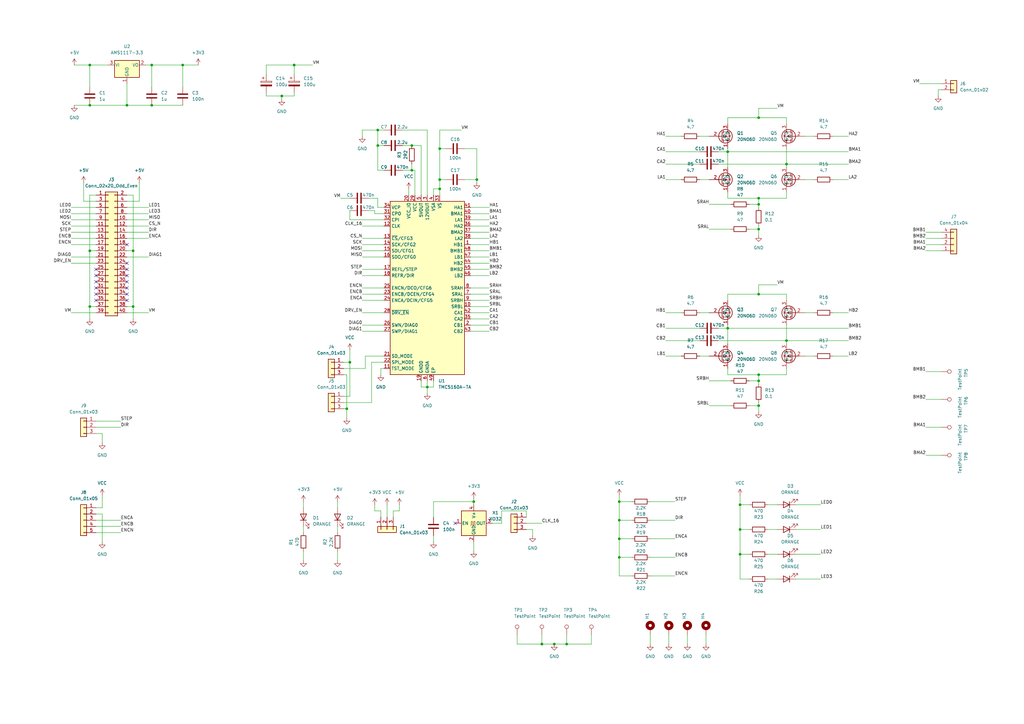
<source format=kicad_sch>
(kicad_sch (version 20211123) (generator eeschema)
  (paper "A3")
  (junction (at 311.15 166.37))
  (junction (at 298.45 62.23))
  (junction (at 322.58 139.7))
  (junction (at 54.61 125.73))
  (junction (at 311.15 153.67))
  (junction (at 232.41 264.16))
  (junction (at 311.15 93.98))
  (junction (at 154.94 59.69))
  (junction (at 222.25 264.16))
  (junction (at 62.23 43.18))
  (junction (at 168.91 59.69))
  (junction (at 254 205.74))
  (junction (at 36.83 102.87))
  (junction (at 311.15 83.82))
  (junction (at 254 228.6))
  (junction (at 175.26 158.75))
  (junction (at 115.57 39.37))
  (junction (at 36.83 125.73))
  (junction (at 52.07 43.18))
  (junction (at 227.33 264.16))
  (junction (at 254 220.98))
  (junction (at 311.15 156.21))
  (junction (at 311.15 120.65))
  (junction (at 195.58 73.66))
  (junction (at 180.34 73.66))
  (junction (at 322.58 67.31))
  (junction (at 180.34 60.96))
  (junction (at 120.65 26.67))
  (junction (at 303.53 227.33))
  (junction (at 36.83 43.18))
  (junction (at 254 213.36))
  (junction (at 54.61 102.87))
  (junction (at 142.24 167.64))
  (junction (at 74.93 26.67))
  (junction (at 303.53 217.17))
  (junction (at 154.94 53.34))
  (junction (at 303.53 207.01))
  (junction (at 62.23 26.67))
  (junction (at 168.91 69.85))
  (junction (at 194.31 205.74))
  (junction (at 36.83 26.67))
  (junction (at 311.15 48.26))
  (junction (at 143.51 148.59))
  (junction (at 298.45 134.62))
  (junction (at 180.34 77.47))
  (junction (at 311.15 81.28))
  (no_connect (at 39.37 110.49))
  (no_connect (at 39.37 113.03))
  (no_connect (at 39.37 115.57))
  (no_connect (at 39.37 123.19))
  (no_connect (at 52.07 123.19))
  (no_connect (at 52.07 120.65))
  (no_connect (at 52.07 118.11))
  (no_connect (at 52.07 115.57))
  (no_connect (at 52.07 113.03))
  (no_connect (at 52.07 107.95))
  (no_connect (at 52.07 110.49))
  (no_connect (at 39.37 118.11))
  (no_connect (at 39.37 120.65))
  (no_connect (at 52.07 100.33))
  (no_connect (at 186.69 214.63))
  (wire (pts (xy 311.15 166.37) (xy 311.15 168.91)))
  (wire (pts (xy 379.73 186.69) (xy 386.08 186.69)))
  (wire (pts (xy 322.58 139.7) (xy 347.98 139.7)))
  (wire (pts (xy 322.58 139.7) (xy 322.58 140.97)))
  (wire (pts (xy 30.48 43.18) (xy 36.83 43.18)))
  (wire (pts (xy 149.86 151.13) (xy 149.86 146.05)))
  (wire (pts (xy 180.34 60.96) (xy 182.88 60.96)))
  (wire (pts (xy 294.64 62.23) (xy 298.45 62.23)))
  (wire (pts (xy 193.04 130.81) (xy 200.66 130.81)))
  (wire (pts (xy 322.58 153.67) (xy 322.58 151.13)))
  (wire (pts (xy 36.83 26.67) (xy 44.45 26.67)))
  (wire (pts (xy 157.48 90.17) (xy 143.51 90.17)))
  (wire (pts (xy 157.48 151.13) (xy 156.21 151.13)))
  (wire (pts (xy 124.46 215.9) (xy 124.46 218.44)))
  (wire (pts (xy 168.91 67.31) (xy 168.91 69.85)))
  (wire (pts (xy 266.7 260.35) (xy 266.7 264.16)))
  (wire (pts (xy 36.83 35.56) (xy 36.83 26.67)))
  (wire (pts (xy 303.53 217.17) (xy 307.34 217.17)))
  (wire (pts (xy 62.23 43.18) (xy 74.93 43.18)))
  (wire (pts (xy 172.72 156.21) (xy 172.72 158.75)))
  (wire (pts (xy 254 220.98) (xy 259.08 220.98)))
  (wire (pts (xy 195.58 60.96) (xy 195.58 73.66)))
  (wire (pts (xy 30.48 26.67) (xy 36.83 26.67)))
  (wire (pts (xy 140.97 151.13) (xy 149.86 151.13)))
  (wire (pts (xy 307.34 93.98) (xy 311.15 93.98)))
  (wire (pts (xy 298.45 123.19) (xy 298.45 120.65)))
  (wire (pts (xy 39.37 80.01) (xy 36.83 80.01)))
  (wire (pts (xy 157.48 53.34) (xy 154.94 53.34)))
  (wire (pts (xy 29.21 128.27) (xy 39.37 128.27)))
  (wire (pts (xy 74.93 35.56) (xy 74.93 26.67)))
  (wire (pts (xy 307.34 166.37) (xy 311.15 166.37)))
  (wire (pts (xy 294.64 67.31) (xy 322.58 67.31)))
  (wire (pts (xy 298.45 120.65) (xy 311.15 120.65)))
  (wire (pts (xy 140.97 165.1) (xy 152.4 165.1)))
  (wire (pts (xy 212.09 264.16) (xy 222.25 264.16)))
  (wire (pts (xy 298.45 48.26) (xy 311.15 48.26)))
  (wire (pts (xy 177.8 158.75) (xy 175.26 158.75)))
  (wire (pts (xy 266.7 228.6) (xy 276.86 228.6)))
  (wire (pts (xy 148.59 97.79) (xy 157.48 97.79)))
  (wire (pts (xy 193.04 92.71) (xy 200.66 92.71)))
  (wire (pts (xy 314.96 237.49) (xy 318.77 237.49)))
  (wire (pts (xy 29.21 97.79) (xy 39.37 97.79)))
  (wire (pts (xy 148.59 133.35) (xy 157.48 133.35)))
  (wire (pts (xy 54.61 102.87) (xy 54.61 125.73)))
  (wire (pts (xy 177.8 219.71) (xy 177.8 222.25)))
  (wire (pts (xy 193.04 113.03) (xy 200.66 113.03)))
  (wire (pts (xy 148.59 110.49) (xy 157.48 110.49)))
  (wire (pts (xy 148.59 128.27) (xy 157.48 128.27)))
  (wire (pts (xy 142.24 167.64) (xy 142.24 171.45)))
  (wire (pts (xy 143.51 90.17) (xy 143.51 86.36)))
  (wire (pts (xy 232.41 264.16) (xy 242.57 264.16)))
  (wire (pts (xy 341.63 146.05) (xy 347.98 146.05)))
  (wire (pts (xy 175.26 156.21) (xy 175.26 158.75)))
  (wire (pts (xy 266.7 220.98) (xy 276.86 220.98)))
  (wire (pts (xy 124.46 205.74) (xy 124.46 208.28)))
  (wire (pts (xy 36.83 102.87) (xy 39.37 102.87)))
  (wire (pts (xy 298.45 134.62) (xy 298.45 140.97)))
  (wire (pts (xy 52.07 85.09) (xy 60.96 85.09)))
  (wire (pts (xy 154.94 59.69) (xy 154.94 53.34)))
  (wire (pts (xy 311.15 120.65) (xy 311.15 116.84)))
  (wire (pts (xy 322.58 48.26) (xy 322.58 50.8)))
  (wire (pts (xy 29.21 100.33) (xy 39.37 100.33)))
  (wire (pts (xy 322.58 60.96) (xy 322.58 67.31)))
  (wire (pts (xy 154.94 81.28) (xy 151.13 81.28)))
  (wire (pts (xy 140.97 162.56) (xy 143.51 162.56)))
  (wire (pts (xy 212.09 260.35) (xy 212.09 264.16)))
  (wire (pts (xy 311.15 93.98) (xy 311.15 96.52)))
  (wire (pts (xy 303.53 207.01) (xy 303.53 217.17)))
  (wire (pts (xy 273.05 55.88) (xy 279.4 55.88)))
  (wire (pts (xy 201.93 214.63) (xy 205.74 214.63)))
  (wire (pts (xy 322.58 81.28) (xy 322.58 78.74)))
  (wire (pts (xy 36.83 80.01) (xy 36.83 102.87)))
  (wire (pts (xy 143.51 162.56) (xy 143.51 148.59)))
  (wire (pts (xy 314.96 227.33) (xy 318.77 227.33)))
  (wire (pts (xy 311.15 83.82) (xy 311.15 81.28)))
  (wire (pts (xy 177.8 77.47) (xy 180.34 77.47)))
  (wire (pts (xy 298.45 62.23) (xy 298.45 68.58)))
  (wire (pts (xy 311.15 48.26) (xy 311.15 44.45)))
  (wire (pts (xy 180.34 80.01) (xy 180.34 77.47)))
  (wire (pts (xy 175.26 158.75) (xy 175.26 161.29)))
  (wire (pts (xy 180.34 60.96) (xy 180.34 73.66)))
  (wire (pts (xy 298.45 153.67) (xy 311.15 153.67)))
  (wire (pts (xy 273.05 73.66) (xy 279.4 73.66)))
  (wire (pts (xy 138.43 205.74) (xy 138.43 208.28)))
  (wire (pts (xy 311.15 85.09) (xy 311.15 83.82)))
  (wire (pts (xy 168.91 59.69) (xy 165.1 59.69)))
  (wire (pts (xy 287.02 55.88) (xy 290.83 55.88)))
  (wire (pts (xy 254 205.74) (xy 254 213.36)))
  (wire (pts (xy 153.67 87.63) (xy 153.67 86.36)))
  (wire (pts (xy 254 236.22) (xy 259.08 236.22)))
  (wire (pts (xy 172.72 59.69) (xy 168.91 59.69)))
  (wire (pts (xy 157.48 85.09) (xy 154.94 85.09)))
  (wire (pts (xy 298.45 133.35) (xy 298.45 134.62)))
  (wire (pts (xy 298.45 62.23) (xy 347.98 62.23)))
  (wire (pts (xy 273.05 128.27) (xy 279.4 128.27)))
  (wire (pts (xy 194.31 222.25) (xy 194.31 226.06)))
  (wire (pts (xy 193.04 120.65) (xy 200.66 120.65)))
  (wire (pts (xy 273.05 134.62) (xy 287.02 134.62)))
  (wire (pts (xy 322.58 133.35) (xy 322.58 139.7)))
  (wire (pts (xy 39.37 172.72) (xy 49.53 172.72)))
  (wire (pts (xy 379.73 152.4) (xy 386.08 152.4)))
  (wire (pts (xy 29.21 85.09) (xy 39.37 85.09)))
  (wire (pts (xy 386.08 36.83) (xy 384.81 36.83)))
  (wire (pts (xy 115.57 39.37) (xy 120.65 39.37)))
  (wire (pts (xy 142.24 153.67) (xy 142.24 167.64)))
  (wire (pts (xy 330.2 128.27) (xy 334.01 128.27)))
  (wire (pts (xy 153.67 86.36) (xy 151.13 86.36)))
  (wire (pts (xy 175.26 53.34) (xy 165.1 53.34)))
  (wire (pts (xy 254 220.98) (xy 254 228.6)))
  (wire (pts (xy 222.25 264.16) (xy 227.33 264.16)))
  (wire (pts (xy 52.07 105.41) (xy 60.96 105.41)))
  (wire (pts (xy 36.83 43.18) (xy 52.07 43.18)))
  (wire (pts (xy 154.94 59.69) (xy 157.48 59.69)))
  (wire (pts (xy 193.04 95.25) (xy 200.66 95.25)))
  (wire (pts (xy 193.04 90.17) (xy 200.66 90.17)))
  (wire (pts (xy 326.39 217.17) (xy 336.55 217.17)))
  (wire (pts (xy 34.29 82.55) (xy 34.29 74.93)))
  (wire (pts (xy 311.15 153.67) (xy 322.58 153.67)))
  (wire (pts (xy 157.48 87.63) (xy 153.67 87.63)))
  (wire (pts (xy 384.81 36.83) (xy 384.81 39.37)))
  (wire (pts (xy 326.39 207.01) (xy 336.55 207.01)))
  (wire (pts (xy 307.34 83.82) (xy 311.15 83.82)))
  (wire (pts (xy 54.61 80.01) (xy 54.61 102.87)))
  (wire (pts (xy 290.83 83.82) (xy 299.72 83.82)))
  (wire (pts (xy 140.97 153.67) (xy 142.24 153.67)))
  (wire (pts (xy 124.46 226.06) (xy 124.46 229.87)))
  (wire (pts (xy 158.75 207.01) (xy 158.75 212.09)))
  (wire (pts (xy 287.02 146.05) (xy 290.83 146.05)))
  (wire (pts (xy 379.73 175.26) (xy 386.08 175.26)))
  (wire (pts (xy 379.73 163.83) (xy 386.08 163.83)))
  (wire (pts (xy 311.15 44.45) (xy 318.77 44.45)))
  (wire (pts (xy 227.33 264.16) (xy 232.41 264.16)))
  (wire (pts (xy 377.19 34.29) (xy 386.08 34.29)))
  (wire (pts (xy 153.67 207.01) (xy 153.67 209.55)))
  (wire (pts (xy 193.04 102.87) (xy 200.66 102.87)))
  (wire (pts (xy 52.07 34.29) (xy 52.07 43.18)))
  (wire (pts (xy 148.59 53.34) (xy 148.59 55.88)))
  (wire (pts (xy 29.21 95.25) (xy 39.37 95.25)))
  (wire (pts (xy 330.2 55.88) (xy 334.01 55.88)))
  (wire (pts (xy 379.73 102.87) (xy 386.08 102.87)))
  (wire (pts (xy 298.45 60.96) (xy 298.45 62.23)))
  (wire (pts (xy 156.21 212.09) (xy 156.21 209.55)))
  (wire (pts (xy 62.23 26.67) (xy 59.69 26.67)))
  (wire (pts (xy 326.39 227.33) (xy 336.55 227.33)))
  (wire (pts (xy 195.58 73.66) (xy 195.58 74.93)))
  (wire (pts (xy 39.37 175.26) (xy 49.53 175.26)))
  (wire (pts (xy 57.15 82.55) (xy 57.15 74.93)))
  (wire (pts (xy 254 228.6) (xy 254 236.22)))
  (wire (pts (xy 290.83 166.37) (xy 299.72 166.37)))
  (wire (pts (xy 163.83 209.55) (xy 163.83 207.01)))
  (wire (pts (xy 298.45 151.13) (xy 298.45 153.67)))
  (wire (pts (xy 52.07 102.87) (xy 54.61 102.87)))
  (wire (pts (xy 330.2 146.05) (xy 334.01 146.05)))
  (wire (pts (xy 194.31 205.74) (xy 194.31 207.01)))
  (wire (pts (xy 311.15 81.28) (xy 322.58 81.28)))
  (wire (pts (xy 190.5 73.66) (xy 195.58 73.66)))
  (wire (pts (xy 120.65 30.48) (xy 120.65 26.67)))
  (wire (pts (xy 311.15 165.1) (xy 311.15 166.37)))
  (wire (pts (xy 29.21 92.71) (xy 39.37 92.71)))
  (wire (pts (xy 307.34 156.21) (xy 311.15 156.21)))
  (wire (pts (xy 175.26 80.01) (xy 175.26 53.34)))
  (wire (pts (xy 242.57 264.16) (xy 242.57 260.35)))
  (wire (pts (xy 294.64 139.7) (xy 322.58 139.7)))
  (wire (pts (xy 138.43 226.06) (xy 138.43 229.87)))
  (wire (pts (xy 303.53 227.33) (xy 307.34 227.33)))
  (wire (pts (xy 341.63 128.27) (xy 347.98 128.27)))
  (wire (pts (xy 148.59 92.71) (xy 157.48 92.71)))
  (wire (pts (xy 52.07 43.18) (xy 62.23 43.18)))
  (wire (pts (xy 193.04 85.09) (xy 200.66 85.09)))
  (wire (pts (xy 290.83 156.21) (xy 299.72 156.21)))
  (wire (pts (xy 193.04 123.19) (xy 200.66 123.19)))
  (wire (pts (xy 311.15 120.65) (xy 322.58 120.65)))
  (wire (pts (xy 303.53 217.17) (xy 303.53 227.33)))
  (wire (pts (xy 177.8 156.21) (xy 177.8 158.75)))
  (wire (pts (xy 326.39 237.49) (xy 336.55 237.49)))
  (wire (pts (xy 52.07 80.01) (xy 54.61 80.01)))
  (wire (pts (xy 182.88 73.66) (xy 180.34 73.66)))
  (wire (pts (xy 41.91 210.82) (xy 41.91 222.25)))
  (wire (pts (xy 314.96 217.17) (xy 318.77 217.17)))
  (wire (pts (xy 52.07 97.79) (xy 60.96 97.79)))
  (wire (pts (xy 341.63 73.66) (xy 347.98 73.66)))
  (wire (pts (xy 287.02 128.27) (xy 290.83 128.27)))
  (wire (pts (xy 273.05 62.23) (xy 287.02 62.23)))
  (wire (pts (xy 341.63 55.88) (xy 347.98 55.88)))
  (wire (pts (xy 193.04 107.95) (xy 200.66 107.95)))
  (wire (pts (xy 29.21 107.95) (xy 39.37 107.95)))
  (wire (pts (xy 273.05 146.05) (xy 279.4 146.05)))
  (wire (pts (xy 266.7 236.22) (xy 276.86 236.22)))
  (wire (pts (xy 167.64 77.47) (xy 167.64 80.01)))
  (wire (pts (xy 52.07 95.25) (xy 60.96 95.25)))
  (wire (pts (xy 39.37 213.36) (xy 49.53 213.36)))
  (wire (pts (xy 311.15 48.26) (xy 322.58 48.26)))
  (wire (pts (xy 140.97 167.64) (xy 142.24 167.64)))
  (wire (pts (xy 177.8 80.01) (xy 177.8 77.47)))
  (wire (pts (xy 152.4 165.1) (xy 152.4 148.59)))
  (wire (pts (xy 39.37 210.82) (xy 41.91 210.82)))
  (wire (pts (xy 74.93 26.67) (xy 62.23 26.67)))
  (wire (pts (xy 143.51 143.51) (xy 143.51 148.59)))
  (wire (pts (xy 322.58 67.31) (xy 322.58 68.58)))
  (wire (pts (xy 311.15 157.48) (xy 311.15 156.21)))
  (wire (pts (xy 281.94 260.35) (xy 281.94 264.16)))
  (wire (pts (xy 154.94 53.34) (xy 148.59 53.34)))
  (wire (pts (xy 120.65 39.37) (xy 120.65 38.1)))
  (wire (pts (xy 149.86 146.05) (xy 157.48 146.05)))
  (wire (pts (xy 254 203.2) (xy 254 205.74)))
  (wire (pts (xy 148.59 135.89) (xy 157.48 135.89)))
  (wire (pts (xy 215.9 217.17) (xy 218.44 217.17)))
  (wire (pts (xy 54.61 125.73) (xy 54.61 130.81)))
  (wire (pts (xy 193.04 118.11) (xy 200.66 118.11)))
  (wire (pts (xy 109.22 26.67) (xy 120.65 26.67)))
  (wire (pts (xy 52.07 125.73) (xy 54.61 125.73)))
  (wire (pts (xy 289.56 260.35) (xy 289.56 264.16)))
  (wire (pts (xy 298.45 78.74) (xy 298.45 81.28)))
  (wire (pts (xy 193.04 110.49) (xy 200.66 110.49)))
  (wire (pts (xy 193.04 128.27) (xy 200.66 128.27)))
  (wire (pts (xy 52.07 92.71) (xy 60.96 92.71)))
  (wire (pts (xy 148.59 123.19) (xy 157.48 123.19)))
  (wire (pts (xy 148.59 118.11) (xy 157.48 118.11)))
  (wire (pts (xy 180.34 73.66) (xy 180.34 77.47)))
  (wire (pts (xy 156.21 209.55) (xy 153.67 209.55)))
  (wire (pts (xy 170.18 69.85) (xy 168.91 69.85)))
  (wire (pts (xy 39.37 218.44) (xy 49.53 218.44)))
  (wire (pts (xy 311.15 116.84) (xy 318.77 116.84)))
  (wire (pts (xy 254 228.6) (xy 259.08 228.6)))
  (wire (pts (xy 109.22 39.37) (xy 115.57 39.37)))
  (wire (pts (xy 322.58 120.65) (xy 322.58 123.19)))
  (wire (pts (xy 29.21 90.17) (xy 39.37 90.17)))
  (wire (pts (xy 41.91 208.28) (xy 41.91 203.2)))
  (wire (pts (xy 287.02 73.66) (xy 290.83 73.66)))
  (wire (pts (xy 294.64 134.62) (xy 298.45 134.62)))
  (wire (pts (xy 177.8 205.74) (xy 177.8 212.09)))
  (wire (pts (xy 148.59 102.87) (xy 157.48 102.87)))
  (wire (pts (xy 222.25 260.35) (xy 222.25 264.16)))
  (wire (pts (xy 303.53 237.49) (xy 307.34 237.49)))
  (wire (pts (xy 154.94 69.85) (xy 154.94 59.69)))
  (wire (pts (xy 161.29 209.55) (xy 163.83 209.55)))
  (wire (pts (xy 154.94 85.09) (xy 154.94 81.28)))
  (wire (pts (xy 62.23 35.56) (xy 62.23 26.67)))
  (wire (pts (xy 39.37 215.9) (xy 49.53 215.9)))
  (wire (pts (xy 170.18 80.01) (xy 170.18 69.85)))
  (wire (pts (xy 109.22 38.1) (xy 109.22 39.37)))
  (wire (pts (xy 52.07 128.27) (xy 60.96 128.27)))
  (wire (pts (xy 52.07 90.17) (xy 60.96 90.17)))
  (wire (pts (xy 379.73 100.33) (xy 386.08 100.33)))
  (wire (pts (xy 194.31 204.47) (xy 194.31 205.74)))
  (wire (pts (xy 193.04 97.79) (xy 200.66 97.79)))
  (wire (pts (xy 36.83 125.73) (xy 39.37 125.73)))
  (wire (pts (xy 298.45 50.8) (xy 298.45 48.26)))
  (wire (pts (xy 193.04 135.89) (xy 200.66 135.89)))
  (wire (pts (xy 29.21 105.41) (xy 39.37 105.41)))
  (wire (pts (xy 36.83 102.87) (xy 36.83 125.73)))
  (wire (pts (xy 180.34 53.34) (xy 189.23 53.34)))
  (wire (pts (xy 39.37 82.55) (xy 34.29 82.55)))
  (wire (pts (xy 193.04 133.35) (xy 200.66 133.35)))
  (wire (pts (xy 205.74 214.63) (xy 205.74 209.55)))
  (wire (pts (xy 120.65 26.67) (xy 128.27 26.67)))
  (wire (pts (xy 273.05 67.31) (xy 287.02 67.31)))
  (wire (pts (xy 273.05 139.7) (xy 287.02 139.7)))
  (wire (pts (xy 322.58 67.31) (xy 347.98 67.31)))
  (wire (pts (xy 193.04 100.33) (xy 200.66 100.33)))
  (wire (pts (xy 172.72 80.01) (xy 172.72 59.69)))
  (wire (pts (xy 109.22 30.48) (xy 109.22 26.67)))
  (wire (pts (xy 298.45 81.28) (xy 311.15 81.28)))
  (wire (pts (xy 215.9 209.55) (xy 215.9 212.09)))
  (wire (pts (xy 157.48 69.85) (xy 154.94 69.85)))
  (wire (pts (xy 172.72 158.75) (xy 175.26 158.75)))
  (wire (pts (xy 180.34 53.34) (xy 180.34 60.96)))
  (wire (pts (xy 39.37 177.8) (xy 41.91 177.8)))
  (wire (pts (xy 74.93 26.67) (xy 81.28 26.67)))
  (wire (pts (xy 254 213.36) (xy 259.08 213.36)))
  (wire (pts (xy 298.45 134.62) (xy 347.98 134.62)))
  (wire (pts (xy 41.91 177.8) (xy 41.91 181.61)))
  (wire (pts (xy 148.59 105.41) (xy 157.48 105.41)))
  (wire (pts (xy 193.04 105.41) (xy 200.66 105.41)))
  (wire (pts (xy 254 213.36) (xy 254 220.98)))
  (wire (pts (xy 303.53 203.2) (xy 303.53 207.01)))
  (wire (pts (xy 36.83 125.73) (xy 36.83 130.81)))
  (wire (pts (xy 115.57 39.37) (xy 115.57 40.64)))
  (wire (pts (xy 148.59 120.65) (xy 157.48 120.65)))
  (wire (pts (xy 379.73 97.79) (xy 386.08 97.79)))
  (wire (pts (xy 143.51 148.59) (xy 140.97 148.59)))
  (wire (pts (xy 311.15 156.21) (xy 311.15 153.67)))
  (wire (pts (xy 39.37 208.28) (xy 41.91 208.28)))
  (wire (pts (xy 148.59 113.03) (xy 157.48 113.03)))
  (wire (pts (xy 138.43 215.9) (xy 138.43 218.44)))
  (wire (pts (xy 52.07 87.63) (xy 60.96 87.63)))
  (wire (pts (xy 266.7 213.36) (xy 276.86 213.36)))
  (wire (pts (xy 290.83 93.98) (xy 299.72 93.98)))
  (wire (pts (xy 232.41 260.35) (xy 232.41 264.16)))
  (wire (pts (xy 193.04 125.73) (xy 200.66 125.73)))
  (wire (pts (xy 190.5 60.96) (xy 195.58 60.96)))
  (wire (pts (xy 254 205.74) (xy 259.08 205.74)))
  (wire (pts (xy 139.7 81.28) (xy 143.51 81.28)))
  (wire (pts (xy 194.31 205.74) (xy 177.8 205.74)))
  (wire (pts (xy 274.32 260.35) (xy 274.32 264.16)))
  (wire (pts (xy 156.21 151.13) (xy 156.21 153.67)))
  (wire (pts (xy 379.73 95.25) (xy 386.08 95.25)))
  (wire (pts (xy 161.29 212.09) (xy 161.29 209.55)))
  (wire (pts (xy 168.91 69.85) (xy 165.1 69.85)))
  (wire (pts (xy 193.04 87.63) (xy 200.66 87.63)))
  (wire (pts (xy 311.15 92.71) (xy 311.15 93.98)))
  (wire (pts (xy 215.9 214.63) (xy 222.25 214.63)))
  (wire (pts (xy 29.21 87.63) (xy 39.37 87.63)))
  (wire (pts (xy 52.07 82.55) (xy 57.15 82.55)))
  (wire (pts (xy 303.53 227.33) (xy 303.53 237.49)))
  (wire (pts (xy 266.7 205.74) (xy 276.86 205.74)))
  (wire (pts (xy 218.44 217.17) (xy 218.44 219.71)))
  (wire (pts (xy 330.2 73.66) (xy 334.01 73.66)))
  (wire (pts (xy 303.53 207.01) (xy 307.34 207.01)))
  (wire (pts (xy 205.74 209.55) (xy 215.9 209.55)))
  (wire (pts (xy 152.4 148.59) (xy 157.48 148.59)))
  (wire (pts (xy 148.59 100.33) (xy 157.48 100.33)))
  (wire (pts (xy 314.96 207.01) (xy 318.77 207.01)))
  (label "BMA1" (at 347.98 62.23 0))
  (label "CA2" (at 200.66 130.81 0))
  (label "HB1" (at 273.05 128.27 180))
  (label "DRV_EN" (at 29.21 107.95 180))
  (label "BMA1" (at 379.73 100.33 180))
  (label "DIR" (at 60.96 95.25 0))
  (label "ENCA" (at 148.59 123.19 180))
  (label "SRBH" (at 290.83 156.21 180))
  (label "STEP" (at 49.53 172.72 0))
  (label "BMB1" (at 379.73 152.4 180))
  (label "DIAG1" (at 148.59 135.89 180))
  (label "DIAG0" (at 148.59 133.35 180))
  (label "BMB1" (at 379.73 95.25 180))
  (label "VM" (at 318.77 44.45 0))
  (label "DIR" (at 148.59 113.03 180))
  (label "LA2" (at 200.66 97.79 0))
  (label "DIR" (at 49.53 175.26 0))
  (label "VM" (at 318.77 116.84 0))
  (label "BMB2" (at 379.73 97.79 180))
  (label "ENCN" (at 148.59 118.11 180))
  (label "MISO" (at 60.96 90.17 0))
  (label "LA2" (at 347.98 73.66 0))
  (label "SRBH" (at 200.66 123.19 0))
  (label "BMA2" (at 200.66 95.25 0))
  (label "VM" (at 60.96 128.27 0))
  (label "CB2" (at 273.05 139.7 180))
  (label "CA1" (at 273.05 62.23 180))
  (label "VM" (at 29.21 128.27 180))
  (label "BMB2" (at 347.98 139.7 0))
  (label "SRAL" (at 290.83 93.98 180))
  (label "LED1" (at 60.96 85.09 0))
  (label "LED1" (at 336.55 217.17 0))
  (label "SRAL" (at 200.66 120.65 0))
  (label "HB1" (at 200.66 100.33 0))
  (label "LED3" (at 336.55 237.49 0))
  (label "LED3" (at 60.96 87.63 0))
  (label "DIR" (at 276.86 213.36 0))
  (label "ENCN" (at 49.53 218.44 0))
  (label "CB1" (at 273.05 134.62 180))
  (label "BMA1" (at 379.73 175.26 180))
  (label "ENCA" (at 49.53 213.36 0))
  (label "ENCB" (at 49.53 215.9 0))
  (label "STEP" (at 29.21 95.25 180))
  (label "LB2" (at 347.98 146.05 0))
  (label "BMA2" (at 347.98 67.31 0))
  (label "VM" (at 139.7 81.28 180))
  (label "LA1" (at 200.66 90.17 0))
  (label "BMB2" (at 379.73 163.83 180))
  (label "ENCB" (at 276.86 228.6 0))
  (label "DIAG0" (at 29.21 105.41 180))
  (label "STEP" (at 148.59 110.49 180))
  (label "CS_N" (at 148.59 97.79 180))
  (label "BMA2" (at 379.73 186.69 180))
  (label "HA1" (at 273.05 55.88 180))
  (label "HB2" (at 347.98 128.27 0))
  (label "SRBL" (at 200.66 125.73 0))
  (label "STEP" (at 276.86 205.74 0))
  (label "DRV_EN" (at 148.59 128.27 180))
  (label "HA2" (at 200.66 92.71 0))
  (label "CB1" (at 200.66 133.35 0))
  (label "MOSI" (at 148.59 102.87 180))
  (label "LED0" (at 336.55 207.01 0))
  (label "CB2" (at 200.66 135.89 0))
  (label "HB2" (at 200.66 107.95 0))
  (label "MOSI" (at 29.21 90.17 180))
  (label "ENCA" (at 60.96 97.79 0))
  (label "ENCB" (at 148.59 120.65 180))
  (label "BMB1" (at 200.66 102.87 0))
  (label "VM" (at 377.19 34.29 180))
  (label "ENCN" (at 276.86 236.22 0))
  (label "BMA2" (at 379.73 102.87 180))
  (label "SCK" (at 29.21 92.71 180))
  (label "BMB1" (at 347.98 134.62 0))
  (label "LA1" (at 273.05 73.66 180))
  (label "BMA1" (at 200.66 87.63 0))
  (label "VM" (at 189.23 53.34 0))
  (label "LB1" (at 273.05 146.05 180))
  (label "SRAH" (at 290.83 83.82 180))
  (label "SRAH" (at 200.66 118.11 0))
  (label "CLK_16" (at 148.59 92.71 180))
  (label "ENCA" (at 276.86 220.98 0))
  (label "VM" (at 128.27 26.67 0))
  (label "BMB2" (at 200.66 110.49 0))
  (label "LED2" (at 29.21 87.63 180))
  (label "SCK" (at 148.59 100.33 180))
  (label "MISO" (at 148.59 105.41 180))
  (label "HA2" (at 347.98 55.88 0))
  (label "LB1" (at 200.66 105.41 0))
  (label "ENCB" (at 29.21 97.79 180))
  (label "CA1" (at 200.66 128.27 0))
  (label "LED2" (at 336.55 227.33 0))
  (label "CA2" (at 273.05 67.31 180))
  (label "CLK_16" (at 222.25 214.63 0))
  (label "CS_N" (at 60.96 92.71 0))
  (label "HA1" (at 200.66 85.09 0))
  (label "DIAG1" (at 60.96 105.41 0))
  (label "LED0" (at 29.21 85.09 180))
  (label "ENCN" (at 29.21 100.33 180))
  (label "LB2" (at 200.66 113.03 0))
  (label "SRBL" (at 290.83 166.37 180))
  (symbol (lib_id "power:GND") (at 194.31 226.06 0) (unit 1)
    (property "Reference" "#PWR0117" (effects hide))
    (property "Value" "GND" (at 194.31 231.14 0))
  )
  (symbol (lib_id "power:+5V") (at 163.83 207.01 0) (unit 1)
    (property "Reference" "#PWR0122" (effects hide))
    (property "Value" "+5V" (at 163.83 201.93 0))
  )
  (symbol (lib_id "power:GND") (at 41.91 181.61 0) (unit 1)
    (property "Reference" "#PWR0138" (effects hide))
    (property "Value" "GND" (at 41.91 186.69 0))
  )
  (symbol (lib_id "power:GND") (at 311.15 96.52 0) (unit 1)
    (property "Reference" "#PWR0108" (effects hide))
    (property "Value" "GND" (at 311.15 101.6 0))
  )
  (symbol (lib_id "Connector:TestPoint") (at 222.25 260.35 0) (unit 1)
    (property "Reference" "TP2" (at 220.98 250.19 0) (effects (justify left)))
    (property "Value" "TestPoint" (at 220.98 252.73 0) (effects (justify left)))
    (property "Footprint" "TestPoint:TestPoint_Loop_D2.50mm_Drill1.0mm" (effects hide))
  )
  (symbol (lib_id "Device:C") (at 290.83 139.7 90) (unit 1)
    (property "Reference" "C13" (at 287.02 138.43 90))
    (property "Value" "470n" (at 294.64 138.43 90))
    (property "Footprint" "Capacitor_SMD:C_0805_2012Metric" (effects hide))
  )
  (symbol (lib_id "power:VCC") (at 41.91 203.2 0) (unit 1)
    (property "Reference" "#PWR0135" (effects hide))
    (property "Value" "VCC" (at 41.91 198.12 0))
  )
  (symbol (lib_id "Device:LED") (at 322.58 207.01 180) (unit 1)
    (property "Reference" "D3" (at 324.1675 199.39 0))
    (property "Value" "ORANGE" (at 324.1675 201.93 0))
    (property "Footprint" "LED_SMD:LED_0805_2012Metric" (effects hide))
  )
  (symbol (lib_id "power:GND") (at 195.58 74.93 0) (unit 1)
    (property "Reference" "#PWR0131" (effects hide))
    (property "Value" "GND" (at 195.58 80.01 0))
  )
  (symbol (lib_id "power:GND") (at 227.33 264.16 0) (unit 1)
    (property "Reference" "#PWR0137" (effects hide))
    (property "Value" "GND" (at 227.33 269.24 0))
  )
  (symbol (lib_id "Device:R") (at 303.53 83.82 90) (unit 1)
    (property "Reference" "R8" (at 303.53 77.47 90))
    (property "Value" "47" (at 303.53 80.01 90))
    (property "Footprint" "Resistor_SMD:R_0805_2012Metric" (effects hide))
  )
  (symbol (lib_id "power:GND") (at 281.94 264.16 0) (unit 1)
    (property "Reference" "#PWR0103" (effects hide))
    (property "Value" "GND" (at 281.94 269.24 0))
  )
  (symbol (lib_id "Device:C") (at 147.32 81.28 90) (unit 1)
    (property "Reference" "C5" (at 143.51 80.01 90))
    (property "Value" "470n" (at 151.13 80.01 90))
    (property "Footprint" "Capacitor_SMD:C_0805_2012Metric" (effects hide))
  )
  (symbol (lib_id "power:GND") (at 175.26 161.29 0) (unit 1)
    (property "Reference" "#PWR0105" (effects hide))
    (property "Value" "GND" (at 175.26 166.37 0))
  )
  (symbol (lib_id "Device:C") (at 186.69 60.96 90) (unit 1)
    (property "Reference" "C16" (at 186.69 57.15 90))
    (property "Value" "100n" (at 186.69 64.77 90))
    (property "Footprint" "Capacitor_SMD:C_0805_2012Metric" (effects hide))
  )
  (symbol (lib_id "power:GND") (at 54.61 130.81 0) (unit 1)
    (property "Reference" "#PWR0110" (effects hide))
    (property "Value" "GND" (at 54.61 135.89 0))
  )
  (symbol (lib_id "power:+3V3") (at 194.31 204.47 0) (unit 1)
    (property "Reference" "#PWR0115" (effects hide))
    (property "Value" "+3V3" (at 194.31 199.39 0))
  )
  (symbol (lib_id "Device:C") (at 161.29 53.34 90) (unit 1)
    (property "Reference" "C7" (at 157.48 52.07 90))
    (property "Value" "2.2u" (at 165.1 52.07 90))
    (property "Footprint" "Capacitor_SMD:C_0805_2012Metric" (effects hide))
  )
  (symbol (lib_id "Device:R") (at 311.15 227.33 270) (unit 1)
    (property "Reference" "R25" (at 311.15 232.41 90))
    (property "Value" "470" (at 311.15 229.87 90))
    (property "Footprint" "Resistor_SMD:R_0805_2012Metric" (effects hide))
  )
  (symbol (lib_id "Signetics:20N06D") (at 290.83 73.66 0) (unit 1)
    (property "Reference" "Q2" (at 302.26 72.3899 0) (effects (justify left)))
    (property "Value" "20N06D" (at 302.26 74.9299 0) (effects (justify left)))
    (property "Footprint" "Signetics:20N60D" (effects hide))
  )
  (symbol (lib_id "Device:R") (at 311.15 161.29 0) (unit 1)
    (property "Reference" "R13" (at 313.69 160.0199 0) (effects (justify left)))
    (property "Value" "0.1" (at 313.69 162.5599 0) (effects (justify left)))
    (property "Footprint" "Resistor_SMD:R_1210_3225Metric" (effects hide))
  )
  (symbol (lib_id "Device:R") (at 168.91 63.5 180) (unit 1)
    (property "Reference" "R3" (at 163.83 63.5 90))
    (property "Value" "2R2" (at 166.37 63.5 90))
    (property "Footprint" "Resistor_SMD:R_0805_2012Metric" (effects hide))
  )
  (symbol (lib_id "power:GND") (at 177.8 222.25 0) (unit 1)
    (property "Reference" "#PWR0118" (effects hide))
    (property "Value" "GND" (at 177.8 227.33 0))
  )
  (symbol (lib_id "Driver_Motor:TMC5160A-TA") (at 175.26 118.11 0) (unit 1)
    (property "Reference" "U1" (at 179.8194 156.21 0) (effects (justify left)))
    (property "Value" "TMC5160A-TA" (at 179.8194 158.75 0) (effects (justify left)))
    (property "Footprint" "Package_QFP:TQFP-48-1EP_7x7mm_P0.5mm_EP5x5mm_ThermalVias" (effects hide))
    (property "Datasheet" "https://www.trinamic.com/fileadmin/assets/Products/ICs_Documents/TMC5160A_Datasheet_Rev1.14.pdf" (effects hide))
  )
  (symbol (lib_id "Signetics:20N06D") (at 330.2 128.27 0) (mirror y) (unit 1)
    (property "Reference" "Q7" (at 318.77 126.9999 0) (effects (justify left)))
    (property "Value" "20N06D" (at 318.77 129.5399 0) (effects (justify left)))
    (property "Footprint" "Signetics:20N60D" (effects hide))
  )
  (symbol (lib_id "Connector:TestPoint") (at 386.08 163.83 270) (unit 1)
    (property "Reference" "TP6" (at 396.24 162.56 0) (effects (justify left)))
    (property "Value" "TestPoint" (at 393.7 162.56 0) (effects (justify left)))
    (property "Footprint" "TestPoint:TestPoint_Loop_D2.50mm_Drill1.0mm" (effects hide))
  )
  (symbol (lib_id "Mechanical:MountingHole_Pad") (at 266.7 257.81 0) (unit 1)
    (property "Reference" "H1" (at 265.4299 254 90) (effects (justify left)))
    (property "Value" "MountingHole_Pad" (effects hide))
    (property "Footprint" "MountingHole:MountingHole_3.2mm_M3_Pad" (effects hide))
  )
  (symbol (lib_id "Connector_Generic:Conn_01x03") (at 135.89 151.13 0) (mirror y) (unit 1)
    (property "Reference" "J4" (at 135.89 142.24 0))
    (property "Value" "Conn_01x03" (at 135.89 144.78 0))
    (property "Footprint" "Connector_PinHeader_2.54mm:PinHeader_1x03_P2.54mm_Vertical" (effects hide))
  )
  (symbol (lib_id "power:GND") (at 289.56 264.16 0) (unit 1)
    (property "Reference" "#PWR0104" (effects hide))
    (property "Value" "GND" (at 289.56 269.24 0))
  )
  (symbol (lib_id "power:GND") (at 266.7 264.16 0) (unit 1)
    (property "Reference" "#PWR0101" (effects hide))
    (property "Value" "GND" (at 266.7 269.24 0))
  )
  (symbol (lib_id "Device:LED") (at 322.58 227.33 180) (unit 1)
    (property "Reference" "D5" (at 324.1675 219.71 0))
    (property "Value" "ORANGE" (at 324.1675 222.25 0))
    (property "Footprint" "LED_SMD:LED_0805_2012Metric" (effects hide))
  )
  (symbol (lib_id "Device:C") (at 161.29 59.69 90) (unit 1)
    (property "Reference" "C8" (at 157.48 58.42 90))
    (property "Value" "2.2u" (at 165.1 58.42 90))
    (property "Footprint" "Capacitor_SMD:C_0805_2012Metric" (effects hide))
  )
  (symbol (lib_id "Connector_Generic:Conn_01x03") (at 135.89 165.1 0) (mirror y) (unit 1)
    (property "Reference" "J5" (at 135.89 156.21 0))
    (property "Value" "Conn_01x03" (at 135.89 158.75 0))
    (property "Footprint" "Connector_PinHeader_2.54mm:PinHeader_1x03_P2.54mm_Vertical" (effects hide))
  )
  (symbol (lib_id "power:+5V") (at 138.43 205.74 0) (unit 1)
    (property "Reference" "#PWR0125" (effects hide))
    (property "Value" "+5V" (at 138.43 200.66 0))
  )
  (symbol (lib_id "Device:LED") (at 124.46 212.09 90) (unit 1)
    (property "Reference" "D1" (at 128.27 212.4074 90) (effects (justify right)))
    (property "Value" "ORANGE" (at 128.27 214.9474 90) (effects (justify right)))
    (property "Footprint" "LED_SMD:LED_0805_2012Metric" (effects hide))
  )
  (symbol (lib_id "Device:LED") (at 322.58 237.49 180) (unit 1)
    (property "Reference" "D6" (at 324.1675 229.87 0))
    (property "Value" "ORANGE" (at 324.1675 232.41 0))
    (property "Footprint" "LED_SMD:LED_0805_2012Metric" (effects hide))
  )
  (symbol (lib_id "Device:C") (at 290.83 134.62 90) (unit 1)
    (property "Reference" "C12" (at 287.02 133.35 90))
    (property "Value" "470n" (at 294.64 133.35 90))
    (property "Footprint" "Capacitor_SMD:C_0805_2012Metric" (effects hide))
  )
  (symbol (lib_id "Device:R") (at 303.53 156.21 90) (unit 1)
    (property "Reference" "R10" (at 303.53 149.86 90))
    (property "Value" "47" (at 303.53 152.4 90))
    (property "Footprint" "Resistor_SMD:R_0805_2012Metric" (effects hide))
  )
  (symbol (lib_id "Device:C") (at 74.93 39.37 0) (unit 1)
    (property "Reference" "C3" (at 78.74 38.0999 0) (effects (justify left)))
    (property "Value" "100n" (at 78.74 40.6399 0) (effects (justify left)))
    (property "Footprint" "Capacitor_SMD:C_0805_2012Metric" (effects hide))
  )
  (symbol (lib_id "Device:C_Polarized") (at 109.22 34.29 0) (unit 1)
    (property "Reference" "C14" (at 113.03 32.1309 0) (effects (justify left)))
    (property "Value" "100u" (at 113.03 34.6709 0) (effects (justify left)))
    (property "Footprint" "Capacitor_THT:CP_Radial_D10.0mm_P5.00mm" (effects hide))
  )
  (symbol (lib_id "Device:R") (at 262.89 213.36 270) (unit 1)
    (property "Reference" "R19" (at 262.89 218.44 90))
    (property "Value" "2.2K" (at 262.89 215.9 90))
    (property "Footprint" "Resistor_SMD:R_0805_2012Metric" (effects hide))
  )
  (symbol (lib_id "Signetics:20N06D") (at 290.83 55.88 0) (unit 1)
    (property "Reference" "Q1" (at 302.26 54.6099 0) (effects (justify left)))
    (property "Value" "20N06D" (at 302.26 57.1499 0) (effects (justify left)))
    (property "Footprint" "Signetics:20N60D" (effects hide))
  )
  (symbol (lib_id "power:GND") (at 218.44 219.71 0) (unit 1)
    (property "Reference" "#PWR0116" (effects hide))
    (property "Value" "GND" (at 218.44 224.79 0))
  )
  (symbol (lib_id "Device:C") (at 290.83 67.31 90) (unit 1)
    (property "Reference" "C11" (at 287.02 66.04 90))
    (property "Value" "470n" (at 294.64 66.04 90))
    (property "Footprint" "Capacitor_SMD:C_0805_2012Metric" (effects hide))
  )
  (symbol (lib_id "Device:R") (at 138.43 222.25 180) (unit 1)
    (property "Reference" "R2" (at 133.35 222.25 90))
    (property "Value" "2.2K" (at 135.89 222.25 90))
    (property "Footprint" "Resistor_SMD:R_0805_2012Metric" (effects hide))
  )
  (symbol (lib_id "Connector_Generic:Conn_01x03") (at 158.75 217.17 90) (mirror x) (unit 1)
    (property "Reference" "J1" (at 163.83 215.8999 90) (effects (justify right)))
    (property "Value" "Conn_01x03" (at 163.83 218.4399 90) (effects (justify right)))
    (property "Footprint" "Connector_PinHeader_2.54mm:PinHeader_1x03_P2.54mm_Vertical" (effects hide))
  )
  (symbol (lib_id "power:VCC") (at 254 203.2 0) (unit 1)
    (property "Reference" "#PWR0136" (effects hide))
    (property "Value" "VCC" (at 254 198.12 0))
  )
  (symbol (lib_id "Oscillator:XO32") (at 194.31 214.63 0) (unit 1)
    (property "Reference" "X1" (at 203.2 210.2993 0))
    (property "Value" "XO32" (at 203.2 212.8393 0))
    (property "Footprint" "Oscillator:Oscillator_SMD_EuroQuartz_XO32-4Pin_3.2x2.5mm" (effects hide))
    (property "Datasheet" "http://cdn-reichelt.de/documents/datenblatt/B400/XO32.pdf" (effects hide))
  )
  (symbol (lib_id "power:+5V") (at 30.48 26.67 0) (unit 1)
    (property "Reference" "#PWR0120" (effects hide))
    (property "Value" "+5V" (at 30.48 21.59 0))
  )
  (symbol (lib_id "Signetics:20N06D") (at 290.83 128.27 0) (unit 1)
    (property "Reference" "Q3" (at 302.26 126.9999 0) (effects (justify left)))
    (property "Value" "20N06D" (at 302.26 129.5399 0) (effects (justify left)))
    (property "Footprint" "Signetics:20N60D" (effects hide))
  )
  (symbol (lib_id "Device:R") (at 283.21 146.05 90) (unit 1)
    (property "Reference" "R7" (at 283.21 139.7 90))
    (property "Value" "4.7" (at 283.21 142.24 90))
    (property "Footprint" "Resistor_SMD:R_0805_2012Metric" (effects hide))
  )
  (symbol (lib_id "power:GND") (at 142.24 171.45 0) (unit 1)
    (property "Reference" "#PWR0112" (effects hide))
    (property "Value" "GND" (at 142.24 176.53 0))
  )
  (symbol (lib_id "power:GND") (at 124.46 229.87 0) (unit 1)
    (property "Reference" "#PWR0127" (effects hide))
    (property "Value" "GND" (at 124.46 234.95 0))
  )
  (symbol (lib_id "power:GND") (at 30.48 43.18 0) (unit 1)
    (property "Reference" "#PWR0119" (effects hide))
    (property "Value" "GND" (at 30.48 48.26 0))
  )
  (symbol (lib_id "Device:R") (at 337.82 146.05 90) (unit 1)
    (property "Reference" "R17" (at 337.82 139.7 90))
    (property "Value" "4.7" (at 337.82 142.24 90))
    (property "Footprint" "Resistor_SMD:R_0805_2012Metric" (effects hide))
  )
  (symbol (lib_id "power:VCC") (at 167.64 77.47 0) (unit 1)
    (property "Reference" "#PWR0130" (effects hide))
    (property "Value" "VCC" (at 167.64 72.39 0))
  )
  (symbol (lib_id "Device:R") (at 311.15 237.49 270) (unit 1)
    (property "Reference" "R26" (at 311.15 242.57 90))
    (property "Value" "470" (at 311.15 240.03 90))
    (property "Footprint" "Resistor_SMD:R_0805_2012Metric" (effects hide))
  )
  (symbol (lib_id "Connector_Generic:Conn_01x05") (at 34.29 213.36 0) (mirror y) (unit 1)
    (property "Reference" "J8" (at 34.29 201.93 0))
    (property "Value" "Conn_01x05" (at 34.29 204.47 0))
    (property "Footprint" "Connector_PinHeader_2.54mm:PinHeader_1x05_P2.54mm_Vertical" (effects hide))
  )
  (symbol (lib_id "Device:C") (at 177.8 215.9 0) (unit 1)
    (property "Reference" "C4" (at 181.61 214.6299 0) (effects (justify left)))
    (property "Value" "100n" (at 181.61 217.1699 0) (effects (justify left)))
    (property "Footprint" "Capacitor_SMD:C_0805_2012Metric" (effects hide))
  )
  (symbol (lib_id "Regulator_Linear:AMS1117-3.3") (at 52.07 26.67 0) (unit 1)
    (property "Reference" "U2" (at 52.07 19.05 0))
    (property "Value" "AMS1117-3.3" (at 52.07 21.59 0))
    (property "Footprint" "Package_TO_SOT_SMD:SOT-223-3_TabPin2" (effects hide))
    (property "Datasheet" "http://www.advanced-monolithic.com/pdf/ds1117.pdf" (effects hide))
  )
  (symbol (lib_id "power:VCC") (at 143.51 143.51 0) (unit 1)
    (property "Reference" "#PWR0107" (effects hide))
    (property "Value" "VCC" (at 143.51 138.43 0))
  )
  (symbol (lib_id "power:VCC") (at 303.53 203.2 0) (unit 1)
    (property "Reference" "#PWR0139" (effects hide))
    (property "Value" "VCC" (at 303.53 198.12 0))
  )
  (symbol (lib_id "power:GND") (at 138.43 229.87 0) (unit 1)
    (property "Reference" "#PWR0128" (effects hide))
    (property "Value" "GND" (at 138.43 234.95 0))
  )
  (symbol (lib_id "Connector:TestPoint") (at 212.09 260.35 0) (unit 1)
    (property "Reference" "TP1" (at 210.82 250.19 0) (effects (justify left)))
    (property "Value" "TestPoint" (at 210.82 252.73 0) (effects (justify left)))
    (property "Footprint" "TestPoint:TestPoint_Loop_D2.50mm_Drill1.0mm" (effects hide))
  )
  (symbol (lib_id "Device:LED") (at 138.43 212.09 90) (unit 1)
    (property "Reference" "D2" (at 142.24 212.4074 90) (effects (justify right)))
    (property "Value" "ORANGE" (at 142.24 214.9474 90) (effects (justify right)))
    (property "Footprint" "LED_SMD:LED_0805_2012Metric" (effects hide))
  )
  (symbol (lib_id "Mechanical:MountingHole_Pad") (at 281.94 257.81 0) (unit 1)
    (property "Reference" "H3" (at 280.6699 254 90) (effects (justify left)))
    (property "Value" "MountingHole_Pad" (effects hide))
    (property "Footprint" "MountingHole:MountingHole_3.2mm_M3_Pad" (effects hide))
  )
  (symbol (lib_id "power:GND") (at 156.21 153.67 0) (unit 1)
    (property "Reference" "#PWR0106" (effects hide))
    (property "Value" "GND" (at 156.21 158.75 0))
  )
  (symbol (lib_id "Device:R") (at 262.89 228.6 270) (unit 1)
    (property "Reference" "R21" (at 262.89 233.68 90))
    (property "Value" "2.2K" (at 262.89 231.14 90))
    (property "Footprint" "Resistor_SMD:R_0805_2012Metric" (effects hide))
  )
  (symbol (lib_id "Device:R") (at 283.21 128.27 90) (unit 1)
    (property "Reference" "R6" (at 283.21 121.92 90))
    (property "Value" "4.7" (at 283.21 124.46 90))
    (property "Footprint" "Resistor_SMD:R_0805_2012Metric" (effects hide))
  )
  (symbol (lib_id "Mechanical:MountingHole_Pad") (at 289.56 257.81 0) (unit 1)
    (property "Reference" "H4" (at 288.2899 254 90) (effects (justify left)))
    (property "Value" "MountingHole_Pad" (effects hide))
    (property "Footprint" "MountingHole:MountingHole_3.2mm_M3_Pad" (effects hide))
  )
  (symbol (lib_id "Connector:TestPoint") (at 232.41 260.35 0) (unit 1)
    (property "Reference" "TP3" (at 231.14 250.19 0) (effects (justify left)))
    (property "Value" "TestPoint" (at 231.14 252.73 0) (effects (justify left)))
    (property "Footprint" "TestPoint:TestPoint_Loop_D2.50mm_Drill1.0mm" (effects hide))
  )
  (symbol (lib_id "Signetics:20N06D") (at 330.2 55.88 0) (mirror y) (unit 1)
    (property "Reference" "Q5" (at 318.77 54.6099 0) (effects (justify left)))
    (property "Value" "20N06D" (at 318.77 57.1499 0) (effects (justify left)))
    (property "Footprint" "Signetics:20N60D" (effects hide))
  )
  (symbol (lib_id "Device:LED") (at 322.58 217.17 180) (unit 1)
    (property "Reference" "D4" (at 324.1675 209.55 0))
    (property "Value" "ORANGE" (at 324.1675 212.09 0))
    (property "Footprint" "LED_SMD:LED_0805_2012Metric" (effects hide))
  )
  (symbol (lib_id "Mechanical:MountingHole_Pad") (at 274.32 257.81 0) (unit 1)
    (property "Reference" "H2" (at 273.0499 254 90) (effects (justify left)))
    (property "Value" "MountingHole_Pad" (effects hide))
    (property "Footprint" "MountingHole:MountingHole_3.2mm_M3_Pad" (effects hide))
  )
  (symbol (lib_id "Device:R") (at 283.21 73.66 90) (unit 1)
    (property "Reference" "R5" (at 283.21 67.31 90))
    (property "Value" "4.7" (at 283.21 69.85 90))
    (property "Footprint" "Resistor_SMD:R_0805_2012Metric" (effects hide))
  )
  (symbol (lib_id "Device:C") (at 290.83 62.23 90) (unit 1)
    (property "Reference" "C10" (at 287.02 60.96 90))
    (property "Value" "470n" (at 294.64 60.96 90))
    (property "Footprint" "Capacitor_SMD:C_0805_2012Metric" (effects hide))
  )
  (symbol (lib_id "Connector_Generic:Conn_01x04") (at 391.16 100.33 0) (mirror x) (unit 1)
    (property "Reference" "J7" (at 391.16 88.9 0))
    (property "Value" "Conn_01x04" (at 391.16 91.44 0))
    (property "Footprint" "Connector_Phoenix_MC:PhoenixContact_MC_1,5_4-G-3.81_1x04_P3.81mm_Horizontal" (effects hide))
  )
  (symbol (lib_id "power:GND") (at 115.57 40.64 0) (unit 1)
    (property "Reference" "#PWR0129" (effects hide))
    (property "Value" "GND" (at 115.57 45.72 0))
  )
  (symbol (lib_id "Signetics:20N06D") (at 330.2 73.66 0) (mirror y) (unit 1)
    (property "Reference" "Q6" (at 318.77 72.3899 0) (effects (justify left)))
    (property "Value" "20N06D" (at 318.77 74.9299 0) (effects (justify left)))
    (property "Footprint" "Signetics:20N60D" (effects hide))
  )
  (symbol (lib_id "power:GND") (at 311.15 168.91 0) (unit 1)
    (property "Reference" "#PWR0113" (effects hide))
    (property "Value" "GND" (at 311.15 173.99 0))
  )
  (symbol (lib_id "power:GND") (at 41.91 222.25 0) (unit 1)
    (property "Reference" "#PWR0134" (effects hide))
    (property "Value" "GND" (at 41.91 227.33 0))
  )
  (symbol (lib_id "Connector:TestPoint") (at 386.08 152.4 270) (unit 1)
    (property "Reference" "TP5" (at 396.24 151.13 0) (effects (justify left)))
    (property "Value" "TestPoint" (at 393.7 151.13 0) (effects (justify left)))
    (property "Footprint" "TestPoint:TestPoint_Loop_D2.50mm_Drill1.0mm" (effects hide))
  )
  (symbol (lib_id "Device:R") (at 262.89 236.22 270) (unit 1)
    (property "Reference" "R22" (at 262.89 241.3 90))
    (property "Value" "2.2K" (at 262.89 238.76 90))
    (property "Footprint" "Resistor_SMD:R_0805_2012Metric" (effects hide))
  )
  (symbol (lib_id "Connector_Generic:Conn_01x03") (at 34.29 175.26 0) (mirror y) (unit 1)
    (property "Reference" "J9" (at 34.29 166.37 0))
    (property "Value" "Conn_01x03" (at 34.29 168.91 0))
    (property "Footprint" "Connector_PinHeader_2.54mm:PinHeader_1x03_P2.54mm_Vertical" (effects hide))
  )
  (symbol (lib_id "Device:C") (at 186.69 73.66 90) (unit 1)
    (property "Reference" "C17" (at 186.69 69.85 90))
    (property "Value" "100n" (at 186.69 77.47 90))
    (property "Footprint" "Capacitor_SMD:C_0805_2012Metric" (effects hide))
  )
  (symbol (lib_id "Connector:TestPoint") (at 386.08 175.26 270) (unit 1)
    (property "Reference" "TP7" (at 396.24 173.99 0) (effects (justify left)))
    (property "Value" "TestPoint" (at 393.7 173.99 0) (effects (justify left)))
    (property "Footprint" "TestPoint:TestPoint_Loop_D2.50mm_Drill1.0mm" (effects hide))
  )
  (symbol (lib_id "Device:C_Polarized") (at 120.65 34.29 0) (unit 1)
    (property "Reference" "C15" (at 124.46 32.1309 0) (effects (justify left)))
    (property "Value" "100u" (at 124.46 34.6709 0) (effects (justify left)))
    (property "Footprint" "Capacitor_THT:CP_Radial_D10.0mm_P5.00mm" (effects hide))
  )
  (symbol (lib_id "power:GND") (at 384.81 39.37 0) (unit 1)
    (property "Reference" "#PWR0109" (effects hide))
    (property "Value" "GND" (at 384.81 44.45 0))
  )
  (symbol (lib_id "Connector_Generic:Conn_01x03") (at 210.82 214.63 0) (mirror y) (unit 1)
    (property "Reference" "J2" (at 210.82 205.74 0))
    (property "Value" "Conn_01x03" (at 210.82 208.28 0))
    (property "Footprint" "Connector_PinHeader_2.54mm:PinHeader_1x03_P2.54mm_Vertical" (effects hide))
  )
  (symbol (lib_id "power:+3V3") (at 124.46 205.74 0) (unit 1)
    (property "Reference" "#PWR0126" (effects hide))
    (property "Value" "+3V3" (at 124.46 200.66 0))
  )
  (symbol (lib_id "power:+3V3") (at 81.28 26.67 0) (unit 1)
    (property "Reference" "#PWR0121" (effects hide))
    (property "Value" "+3V3" (at 81.28 21.59 0))
  )
  (symbol (lib_id "Signetics:20N06D") (at 330.2 146.05 0) (mirror y) (unit 1)
    (property "Reference" "Q8" (at 318.77 144.7799 0) (effects (justify left)))
    (property "Value" "20N06D" (at 318.77 147.3199 0) (effects (justify left)))
    (property "Footprint" "Signetics:20N60D" (effects hide))
  )
  (symbol (lib_id "power:GND") (at 274.32 264.16 0) (unit 1)
    (property "Reference" "#PWR0102" (effects hide))
    (property "Value" "GND" (at 274.32 269.24 0))
  )
  (symbol (lib_id "Signetics:20N06D") (at 290.83 146.05 0) (unit 1)
    (property "Reference" "Q4" (at 302.26 144.7799 0) (effects (justify left)))
    (property "Value" "20N06D" (at 302.26 147.3199 0) (effects (justify left)))
    (property "Footprint" "Signetics:20N60D" (effects hide))
  )
  (symbol (lib_id "Device:R") (at 124.46 222.25 180) (unit 1)
    (property "Reference" "R1" (at 119.38 222.25 90))
    (property "Value" "470" (at 121.92 222.25 90))
    (property "Footprint" "Resistor_SMD:R_0805_2012Metric" (effects hide))
  )
  (symbol (lib_id "Connector:TestPoint") (at 242.57 260.35 0) (unit 1)
    (property "Reference" "TP4" (at 241.3 250.19 0) (effects (justify left)))
    (property "Value" "TestPoint" (at 241.3 252.73 0) (effects (justify left)))
    (property "Footprint" "TestPoint:TestPoint_Loop_D2.50mm_Drill1.0mm" (effects hide))
  )
  (symbol (lib_id "power:+5V") (at 34.29 74.93 0) (unit 1)
    (property "Reference" "#PWR0132" (effects hide))
    (property "Value" "+5V" (at 34.29 69.85 0))
  )
  (symbol (lib_id "Device:R") (at 303.53 93.98 90) (unit 1)
    (property "Reference" "R9" (at 303.53 87.63 90))
    (property "Value" "47" (at 303.53 90.17 90))
    (property "Footprint" "Resistor_SMD:R_0805_2012Metric" (effects hide))
  )
  (symbol (lib_id "Device:R") (at 303.53 166.37 90) (unit 1)
    (property "Reference" "R11" (at 303.53 160.02 90))
    (property "Value" "47" (at 303.53 162.56 90))
    (property "Footprint" "Resistor_SMD:R_0805_2012Metric" (effects hide))
  )
  (symbol (lib_id "Device:R") (at 337.82 73.66 90) (unit 1)
    (property "Reference" "R15" (at 337.82 67.31 90))
    (property "Value" "4.7" (at 337.82 69.85 90))
    (property "Footprint" "Resistor_SMD:R_0805_2012Metric" (effects hide))
  )
  (symbol (lib_id "Device:C") (at 147.32 86.36 90) (unit 1)
    (property "Reference" "C6" (at 143.51 85.09 90))
    (property "Value" "470n" (at 151.13 85.09 90))
    (property "Footprint" "Capacitor_SMD:C_0805_2012Metric" (effects hide))
  )
  (symbol (lib_id "Connector_Generic:Conn_02x20_Odd_Even") (at 44.45 102.87 0) (unit 1)
    (property "Reference" "J3" (at 45.72 73.66 0))
    (property "Value" "Conn_02x20_Odd_Even" (at 45.72 76.2 0))
    (property "Footprint" "Connector_PinSocket_2.54mm:PinSocket_2x20_P2.54mm_Horizontal" (effects hide))
  )
  (symbol (lib_id "Connector_Generic:Conn_01x02") (at 391.16 34.29 0) (unit 1)
    (property "Reference" "J6" (at 393.7 34.2899 0) (effects (justify left)))
    (property "Value" "Conn_01x02" (at 393.7 36.8299 0) (effects (justify left)))
    (property "Footprint" "Connector_Phoenix_MSTB:PhoenixContact_MSTBA_2,5_2-G-5,08_1x02_P5.08mm_Horizontal" (effects hide))
  )
  (symbol (lib_id "Connector:TestPoint") (at 386.08 186.69 270) (unit 1)
    (property "Reference" "TP8" (at 396.24 185.42 0) (effects (justify left)))
    (property "Value" "TestPoint" (at 393.7 185.42 0) (effects (justify left)))
    (property "Footprint" "TestPoint:TestPoint_Loop_D2.50mm_Drill1.0mm" (effects hide))
  )
  (symbol (lib_id "power:GND") (at 36.83 130.81 0) (unit 1)
    (property "Reference" "#PWR0111" (effects hide))
    (property "Value" "GND" (at 36.83 135.89 0))
  )
  (symbol (lib_id "Device:R") (at 337.82 55.88 90) (unit 1)
    (property "Reference" "R14" (at 337.82 49.53 90))
    (property "Value" "4.7" (at 337.82 52.07 90))
    (property "Footprint" "Resistor_SMD:R_0805_2012Metric" (effects hide))
  )
  (symbol (lib_id "Device:C") (at 36.83 39.37 0) (unit 1)
    (property "Reference" "C1" (at 40.64 38.0999 0) (effects (justify left)))
    (property "Value" "1u" (at 40.64 40.6399 0) (effects (justify left)))
    (property "Footprint" "Capacitor_SMD:C_0805_2012Metric" (effects hide))
  )
  (symbol (lib_id "power:+3V3") (at 153.67 207.01 0) (unit 1)
    (property "Reference" "#PWR0124" (effects hide))
    (property "Value" "+3V3" (at 153.67 201.93 0))
  )
  (symbol (lib_id "Device:R") (at 337.82 128.27 90) (unit 1)
    (property "Reference" "R16" (at 337.82 121.92 90))
    (property "Value" "4.7" (at 337.82 124.46 90))
    (property "Footprint" "Resistor_SMD:R_0805_2012Metric" (effects hide))
  )
  (symbol (lib_id "power:GND") (at 148.59 55.88 0) (unit 1)
    (property "Reference" "#PWR0114" (effects hide))
    (property "Value" "GND" (at 148.59 60.96 0))
  )
  (symbol (lib_id "power:+5V") (at 57.15 74.93 0) (unit 1)
    (property "Reference" "#PWR0133" (effects hide))
    (property "Value" "+5V" (at 57.15 69.85 0))
  )
  (symbol (lib_id "Device:R") (at 311.15 217.17 270) (unit 1)
    (property "Reference" "R24" (at 311.15 222.25 90))
    (property "Value" "470" (at 311.15 219.71 90))
    (property "Footprint" "Resistor_SMD:R_0805_2012Metric" (effects hide))
  )
  (symbol (lib_id "Device:R") (at 262.89 220.98 270) (unit 1)
    (property "Reference" "R20" (at 262.89 226.06 90))
    (property "Value" "2.2K" (at 262.89 223.52 90))
    (property "Footprint" "Resistor_SMD:R_0805_2012Metric" (effects hide))
  )
  (symbol (lib_id "Device:C") (at 62.23 39.37 0) (unit 1)
    (property "Reference" "C2" (at 66.04 38.0999 0) (effects (justify left)))
    (property "Value" "1u" (at 66.04 40.6399 0) (effects (justify left)))
    (property "Footprint" "Capacitor_SMD:C_0805_2012Metric" (effects hide))
  )
  (symbol (lib_id "Device:R") (at 311.15 207.01 270) (unit 1)
    (property "Reference" "R23" (at 311.15 212.09 90))
    (property "Value" "470" (at 311.15 209.55 90))
    (property "Footprint" "Resistor_SMD:R_0805_2012Metric" (effects hide))
  )
  (symbol (lib_id "Device:R") (at 283.21 55.88 90) (unit 1)
    (property "Reference" "R4" (at 283.21 49.53 90))
    (property "Value" "4.7" (at 283.21 52.07 90))
    (property "Footprint" "Resistor_SMD:R_0805_2012Metric" (effects hide))
  )
  (symbol (lib_id "Device:C") (at 161.29 69.85 90) (unit 1)
    (property "Reference" "C9" (at 157.48 68.58 90))
    (property "Value" "470n" (at 165.1 68.58 90))
    (property "Footprint" "Capacitor_SMD:C_0805_2012Metric" (effects hide))
  )
  (symbol (lib_id "Device:R") (at 262.89 205.74 270) (unit 1)
    (property "Reference" "R18" (at 262.89 210.82 90))
    (property "Value" "2.2K" (at 262.89 208.28 90))
    (property "Footprint" "Resistor_SMD:R_0805_2012Metric" (effects hide))
  )
  (symbol (lib_id "Device:R") (at 311.15 88.9 0) (unit 1)
    (property "Reference" "R12" (at 313.69 87.6299 0) (effects (justify left)))
    (property "Value" "0.1" (at 313.69 90.1699 0) (effects (justify left)))
    (property "Footprint" "Resistor_SMD:R_1210_3225Metric" (effects hide))
  )
  (symbol (lib_id "power:VCC") (at 158.75 207.01 0) (unit 1)
    (property "Reference" "#PWR0123" (effects hide))
    (property "Value" "VCC" (at 158.75 201.93 0))
  )
)
</source>
